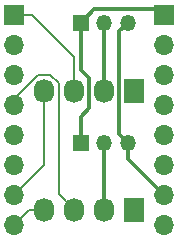
<source format=gbr>
%TF.GenerationSoftware,KiCad,Pcbnew,8.0.4*%
%TF.CreationDate,2024-08-22T18:10:40-07:00*%
%TF.ProjectId,tmtua,746d7475-612e-46b6-9963-61645f706362,0.1*%
%TF.SameCoordinates,Original*%
%TF.FileFunction,Copper,L1,Top*%
%TF.FilePolarity,Positive*%
%FSLAX46Y46*%
G04 Gerber Fmt 4.6, Leading zero omitted, Abs format (unit mm)*
G04 Created by KiCad (PCBNEW 8.0.4) date 2024-08-22 18:10:40*
%MOMM*%
%LPD*%
G01*
G04 APERTURE LIST*
%TA.AperFunction,ComponentPad*%
%ADD10R,1.350000X1.350000*%
%TD*%
%TA.AperFunction,ComponentPad*%
%ADD11O,1.350000X1.350000*%
%TD*%
%TA.AperFunction,ComponentPad*%
%ADD12R,1.730000X2.030000*%
%TD*%
%TA.AperFunction,ComponentPad*%
%ADD13O,1.730000X2.030000*%
%TD*%
%TA.AperFunction,ComponentPad*%
%ADD14R,1.700000X1.700000*%
%TD*%
%TA.AperFunction,ComponentPad*%
%ADD15O,1.700000X1.700000*%
%TD*%
%TA.AperFunction,Conductor*%
%ADD16C,0.200000*%
%TD*%
%TA.AperFunction,Conductor*%
%ADD17C,0.300000*%
%TD*%
G04 APERTURE END LIST*
D10*
%TO.P,J4,1,Pin_1*%
%TO.N,VM*%
X104680000Y-59817000D03*
D11*
%TO.P,J4,2,Pin_2*%
%TO.N,/vfan1*%
X106680000Y-59817000D03*
%TO.P,J4,3,Pin_3*%
%TO.N,+5V*%
X108680000Y-59817000D03*
%TD*%
D12*
%TO.P,CN1,1,Pin_1*%
%TO.N,GND*%
X109210000Y-55418000D03*
D13*
%TO.P,CN1,2,Pin_2*%
%TO.N,/vfan0*%
X106670000Y-55418000D03*
%TO.P,CN1,3,Pin_3*%
%TO.N,/tach0*%
X104130000Y-55418000D03*
%TO.P,CN1,4,Pin_4*%
%TO.N,/pwm0*%
X101590000Y-55418000D03*
%TD*%
D12*
%TO.P,CN2,1,Pin_1*%
%TO.N,GND*%
X109220000Y-65532000D03*
D13*
%TO.P,CN2,2,Pin_2*%
%TO.N,/vfan1*%
X106680000Y-65532000D03*
%TO.P,CN2,3,Pin_3*%
%TO.N,/tach1*%
X104140000Y-65532000D03*
%TO.P,CN2,4,Pin_4*%
%TO.N,/pwm1*%
X101600000Y-65532000D03*
%TD*%
D10*
%TO.P,J3,1,Pin_1*%
%TO.N,VM*%
X104680000Y-49657000D03*
D11*
%TO.P,J3,2,Pin_2*%
%TO.N,/vfan0*%
X106680000Y-49657000D03*
%TO.P,J3,3,Pin_3*%
%TO.N,+5V*%
X108680000Y-49657000D03*
%TD*%
D14*
%TO.P,J2,1,Pin_1*%
%TO.N,VM*%
X111760000Y-49022000D03*
D15*
%TO.P,J2,2,Pin_2*%
%TO.N,GND*%
X111760000Y-51562000D03*
%TO.P,J2,3,Pin_3*%
%TO.N,unconnected-(J2-Pin_3-Pad3)*%
X111760000Y-54102000D03*
%TO.P,J2,4,Pin_4*%
%TO.N,unconnected-(J2-Pin_4-Pad4)*%
X111760000Y-56642000D03*
%TO.P,J2,5,Pin_5*%
%TO.N,unconnected-(J2-Pin_5-Pad5)*%
X111760000Y-59182000D03*
%TO.P,J2,6,Pin_6*%
%TO.N,unconnected-(J2-Pin_6-Pad6)*%
X111760000Y-61722000D03*
%TO.P,J2,7,Pin_7*%
%TO.N,+5V*%
X111760000Y-64262000D03*
%TO.P,J2,8,Pin_8*%
%TO.N,GND*%
X111760000Y-66802000D03*
%TD*%
D14*
%TO.P,J1,1,Pin_1*%
%TO.N,/tach0*%
X99060000Y-49022000D03*
D15*
%TO.P,J1,2,Pin_2*%
%TO.N,unconnected-(J1-Pin_2-Pad2)*%
X99060000Y-51562000D03*
%TO.P,J1,3,Pin_3*%
%TO.N,unconnected-(J1-Pin_3-Pad3)*%
X99060000Y-54102000D03*
%TO.P,J1,4,Pin_4*%
%TO.N,/tach1*%
X99060000Y-56642000D03*
%TO.P,J1,5,Pin_5*%
%TO.N,unconnected-(J1-Pin_5-Pad5)*%
X99060000Y-59182000D03*
%TO.P,J1,6,Pin_6*%
%TO.N,unconnected-(J1-Pin_6-Pad6)*%
X99060000Y-61722000D03*
%TO.P,J1,7,Pin_7*%
%TO.N,/pwm0*%
X99060000Y-64262000D03*
%TO.P,J1,8,Pin_8*%
%TO.N,/pwm1*%
X99060000Y-66802000D03*
%TD*%
D16*
%TO.N,/tach0*%
X104130000Y-55418000D02*
X104130000Y-52568000D01*
X104130000Y-52568000D02*
X100584000Y-49022000D01*
X100584000Y-49022000D02*
X99060000Y-49022000D01*
%TO.N,/pwm0*%
X101590000Y-61732000D02*
X99060000Y-64262000D01*
X101590000Y-55418000D02*
X101590000Y-61732000D01*
%TO.N,/pwm1*%
X101600000Y-65532000D02*
X100330000Y-65532000D01*
X100330000Y-65532000D02*
X99060000Y-66802000D01*
%TO.N,/tach1*%
X99060000Y-56134000D02*
X99060000Y-56642000D01*
X102802396Y-64194396D02*
X102802396Y-54796396D01*
X101091000Y-54103000D02*
X99060000Y-56134000D01*
X104140000Y-65532000D02*
X102802396Y-64194396D01*
X102802396Y-54796396D02*
X102109000Y-54103000D01*
X102109000Y-54103000D02*
X101091000Y-54103000D01*
D17*
%TO.N,+5V*%
X107940462Y-59077462D02*
X107940462Y-50396538D01*
X111760000Y-64262000D02*
X108680000Y-61182000D01*
X108680000Y-59817000D02*
X107940462Y-59077462D01*
X107940462Y-50396538D02*
X108680000Y-49657000D01*
X108680000Y-61182000D02*
X108680000Y-59817000D01*
%TO.N,VM*%
X105410000Y-56896000D02*
X104680000Y-57626000D01*
X104680000Y-53626000D02*
X105410000Y-54356000D01*
X111760000Y-49022000D02*
X111252000Y-48514000D01*
X105823000Y-48514000D02*
X104680000Y-49657000D01*
X104680000Y-49657000D02*
X104680000Y-53626000D01*
X111252000Y-48514000D02*
X105823000Y-48514000D01*
X105410000Y-54356000D02*
X105410000Y-56896000D01*
X104680000Y-57626000D02*
X104680000Y-59817000D01*
%TO.N,/vfan0*%
X106680000Y-55408000D02*
X106670000Y-55418000D01*
X106680000Y-49657000D02*
X106680000Y-55408000D01*
%TO.N,/vfan1*%
X106680000Y-59817000D02*
X106680000Y-65532000D01*
%TD*%
M02*

</source>
